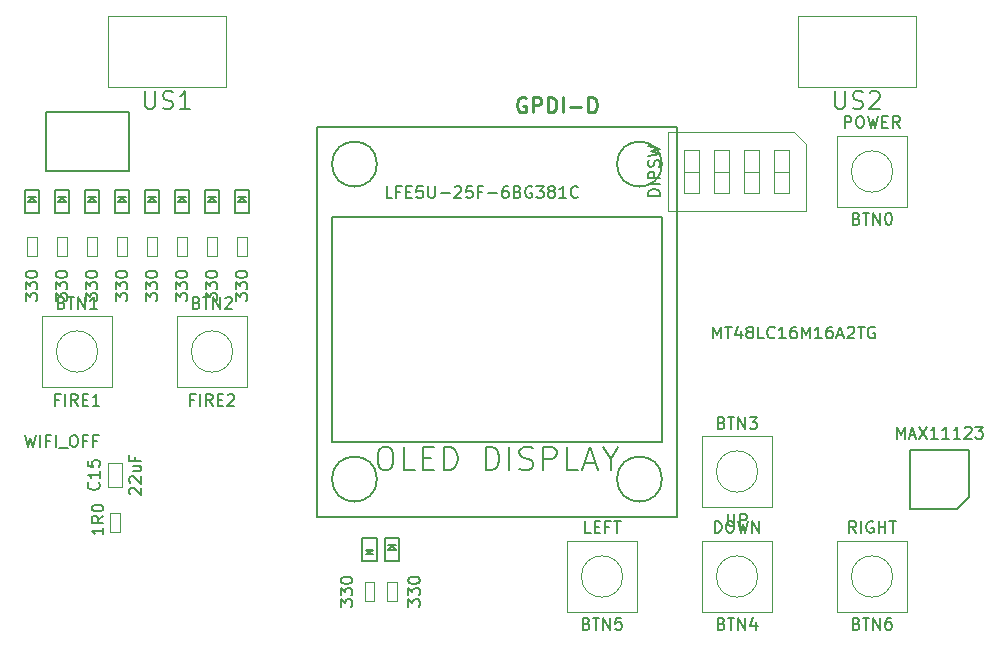
<source format=gbr>
G04 #@! TF.FileFunction,Other,Fab,Top*
%FSLAX46Y46*%
G04 Gerber Fmt 4.6, Leading zero omitted, Abs format (unit mm)*
G04 Created by KiCad (PCBNEW 4.0.7+dfsg1-1) date Wed Oct  4 12:33:30 2017*
%MOMM*%
%LPD*%
G01*
G04 APERTURE LIST*
%ADD10C,0.100000*%
%ADD11C,0.150000*%
%ADD12C,0.254000*%
G04 APERTURE END LIST*
D10*
D11*
X118530000Y-76260000D02*
X117930000Y-76260000D01*
X118230000Y-76360000D02*
X118530000Y-76660000D01*
X117930000Y-76660000D02*
X118230000Y-76360000D01*
X118530000Y-76660000D02*
X117930000Y-76660000D01*
X118830000Y-77660000D02*
X118830000Y-75660000D01*
X117630000Y-77660000D02*
X118830000Y-77660000D01*
X117630000Y-75660000D02*
X117630000Y-77660000D01*
X118830000Y-75660000D02*
X117630000Y-75660000D01*
X115990000Y-76260000D02*
X115390000Y-76260000D01*
X115690000Y-76360000D02*
X115990000Y-76660000D01*
X115390000Y-76660000D02*
X115690000Y-76360000D01*
X115990000Y-76660000D02*
X115390000Y-76660000D01*
X116290000Y-77660000D02*
X116290000Y-75660000D01*
X115090000Y-77660000D02*
X116290000Y-77660000D01*
X115090000Y-75660000D02*
X115090000Y-77660000D01*
X116290000Y-75660000D02*
X115090000Y-75660000D01*
X113450000Y-76260000D02*
X112850000Y-76260000D01*
X113150000Y-76360000D02*
X113450000Y-76660000D01*
X112850000Y-76660000D02*
X113150000Y-76360000D01*
X113450000Y-76660000D02*
X112850000Y-76660000D01*
X113750000Y-77660000D02*
X113750000Y-75660000D01*
X112550000Y-77660000D02*
X113750000Y-77660000D01*
X112550000Y-75660000D02*
X112550000Y-77660000D01*
X113750000Y-75660000D02*
X112550000Y-75660000D01*
X110910000Y-76260000D02*
X110310000Y-76260000D01*
X110610000Y-76360000D02*
X110910000Y-76660000D01*
X110310000Y-76660000D02*
X110610000Y-76360000D01*
X110910000Y-76660000D02*
X110310000Y-76660000D01*
X111210000Y-77660000D02*
X111210000Y-75660000D01*
X110010000Y-77660000D02*
X111210000Y-77660000D01*
X110010000Y-75660000D02*
X110010000Y-77660000D01*
X111210000Y-75660000D02*
X110010000Y-75660000D01*
X108370000Y-76260000D02*
X107770000Y-76260000D01*
X108070000Y-76360000D02*
X108370000Y-76660000D01*
X107770000Y-76660000D02*
X108070000Y-76360000D01*
X108370000Y-76660000D02*
X107770000Y-76660000D01*
X108670000Y-77660000D02*
X108670000Y-75660000D01*
X107470000Y-77660000D02*
X108670000Y-77660000D01*
X107470000Y-75660000D02*
X107470000Y-77660000D01*
X108670000Y-75660000D02*
X107470000Y-75660000D01*
X105830000Y-76260000D02*
X105230000Y-76260000D01*
X105530000Y-76360000D02*
X105830000Y-76660000D01*
X105230000Y-76660000D02*
X105530000Y-76360000D01*
X105830000Y-76660000D02*
X105230000Y-76660000D01*
X106130000Y-77660000D02*
X106130000Y-75660000D01*
X104930000Y-77660000D02*
X106130000Y-77660000D01*
X104930000Y-75660000D02*
X104930000Y-77660000D01*
X106130000Y-75660000D02*
X104930000Y-75660000D01*
X103290000Y-76260000D02*
X102690000Y-76260000D01*
X102990000Y-76360000D02*
X103290000Y-76660000D01*
X102690000Y-76660000D02*
X102990000Y-76360000D01*
X103290000Y-76660000D02*
X102690000Y-76660000D01*
X103590000Y-77660000D02*
X103590000Y-75660000D01*
X102390000Y-77660000D02*
X103590000Y-77660000D01*
X102390000Y-75660000D02*
X102390000Y-77660000D01*
X103590000Y-75660000D02*
X102390000Y-75660000D01*
X100750000Y-76260000D02*
X100150000Y-76260000D01*
X100450000Y-76360000D02*
X100750000Y-76660000D01*
X100150000Y-76660000D02*
X100450000Y-76360000D01*
X100750000Y-76660000D02*
X100150000Y-76660000D01*
X101050000Y-77660000D02*
X101050000Y-75660000D01*
X99850000Y-77660000D02*
X101050000Y-77660000D01*
X99850000Y-75660000D02*
X99850000Y-77660000D01*
X101050000Y-75660000D02*
X99850000Y-75660000D01*
X108624000Y-69080000D02*
X108624000Y-74080000D01*
X101624000Y-69080000D02*
X108624000Y-69080000D01*
X101624000Y-74080000D02*
X101624000Y-69080000D01*
X108624000Y-74080000D02*
X101624000Y-74080000D01*
X128725000Y-106524000D02*
X129325000Y-106524000D01*
X129025000Y-106424000D02*
X128725000Y-106124000D01*
X129325000Y-106124000D02*
X129025000Y-106424000D01*
X128725000Y-106124000D02*
X129325000Y-106124000D01*
X128425000Y-105124000D02*
X128425000Y-107124000D01*
X129625000Y-105124000D02*
X128425000Y-105124000D01*
X129625000Y-107124000D02*
X129625000Y-105124000D01*
X128425000Y-107124000D02*
X129625000Y-107124000D01*
X131230000Y-105724000D02*
X130630000Y-105724000D01*
X130930000Y-105824000D02*
X131230000Y-106124000D01*
X130630000Y-106124000D02*
X130930000Y-105824000D01*
X131230000Y-106124000D02*
X130630000Y-106124000D01*
X131530000Y-107124000D02*
X131530000Y-105124000D01*
X130330000Y-107124000D02*
X131530000Y-107124000D01*
X130330000Y-105124000D02*
X130330000Y-107124000D01*
X131530000Y-105124000D02*
X130330000Y-105124000D01*
D10*
X128625000Y-108880000D02*
X129425000Y-108880000D01*
X128625000Y-110480000D02*
X128625000Y-108880000D01*
X129425000Y-110480000D02*
X128625000Y-110480000D01*
X129425000Y-108880000D02*
X129425000Y-110480000D01*
X131330000Y-110480000D02*
X130530000Y-110480000D01*
X131330000Y-108880000D02*
X131330000Y-110480000D01*
X130530000Y-108880000D02*
X131330000Y-108880000D01*
X130530000Y-110480000D02*
X130530000Y-108880000D01*
X107080000Y-103000000D02*
X107880000Y-103000000D01*
X107080000Y-104600000D02*
X107080000Y-103000000D01*
X107880000Y-104600000D02*
X107080000Y-104600000D01*
X107880000Y-103000000D02*
X107880000Y-104600000D01*
X116880000Y-60925000D02*
X116880000Y-66925000D01*
X106880000Y-60925000D02*
X116880000Y-60925000D01*
X106880000Y-66925000D02*
X106880000Y-60925000D01*
X116880000Y-66925000D02*
X106880000Y-66925000D01*
X175300000Y-60925000D02*
X175300000Y-66925000D01*
X165300000Y-60925000D02*
X175300000Y-60925000D01*
X165300000Y-66925000D02*
X165300000Y-60925000D01*
X175300000Y-66925000D02*
X165300000Y-66925000D01*
X118630000Y-81270000D02*
X117830000Y-81270000D01*
X118630000Y-79670000D02*
X118630000Y-81270000D01*
X117830000Y-79670000D02*
X118630000Y-79670000D01*
X117830000Y-81270000D02*
X117830000Y-79670000D01*
X116090000Y-81270000D02*
X115290000Y-81270000D01*
X116090000Y-79670000D02*
X116090000Y-81270000D01*
X115290000Y-79670000D02*
X116090000Y-79670000D01*
X115290000Y-81270000D02*
X115290000Y-79670000D01*
X113550000Y-81270000D02*
X112750000Y-81270000D01*
X113550000Y-79670000D02*
X113550000Y-81270000D01*
X112750000Y-79670000D02*
X113550000Y-79670000D01*
X112750000Y-81270000D02*
X112750000Y-79670000D01*
X111010000Y-81270000D02*
X110210000Y-81270000D01*
X111010000Y-79670000D02*
X111010000Y-81270000D01*
X110210000Y-79670000D02*
X111010000Y-79670000D01*
X110210000Y-81270000D02*
X110210000Y-79670000D01*
X108470000Y-81270000D02*
X107670000Y-81270000D01*
X108470000Y-79670000D02*
X108470000Y-81270000D01*
X107670000Y-79670000D02*
X108470000Y-79670000D01*
X107670000Y-81270000D02*
X107670000Y-79670000D01*
X105930000Y-81270000D02*
X105130000Y-81270000D01*
X105930000Y-79670000D02*
X105930000Y-81270000D01*
X105130000Y-79670000D02*
X105930000Y-79670000D01*
X105130000Y-81270000D02*
X105130000Y-79670000D01*
X103390000Y-81270000D02*
X102590000Y-81270000D01*
X103390000Y-79670000D02*
X103390000Y-81270000D01*
X102590000Y-79670000D02*
X103390000Y-79670000D01*
X102590000Y-81270000D02*
X102590000Y-79670000D01*
X100850000Y-81270000D02*
X100050000Y-81270000D01*
X100850000Y-79670000D02*
X100850000Y-81270000D01*
X100050000Y-79670000D02*
X100850000Y-79670000D01*
X100050000Y-81270000D02*
X100050000Y-79670000D01*
D11*
X178785000Y-102655000D02*
X174785000Y-102655000D01*
X174785000Y-102655000D02*
X174785000Y-97655000D01*
X174785000Y-97655000D02*
X179785000Y-97655000D01*
X179785000Y-97655000D02*
X179785000Y-101655000D01*
X179785000Y-101655000D02*
X178785000Y-102655000D01*
X153790000Y-73485000D02*
G75*
G03X153790000Y-73485000I-1905000J0D01*
G01*
X129660000Y-73485000D02*
G75*
G03X129660000Y-73485000I-1905000J0D01*
G01*
X129660000Y-100155000D02*
G75*
G03X129660000Y-100155000I-1905000J0D01*
G01*
X153790000Y-100155000D02*
G75*
G03X153790000Y-100155000I-1905000J0D01*
G01*
X153790000Y-77930000D02*
X153790000Y-96980000D01*
X125850000Y-77930000D02*
X153790000Y-77930000D01*
X125850000Y-96980000D02*
X125850000Y-77930000D01*
X153790000Y-96980000D02*
X125850000Y-96980000D01*
X155060000Y-70310000D02*
X155060000Y-103330000D01*
X124580000Y-70310000D02*
X155060000Y-70310000D01*
X124580000Y-103330000D02*
X124580000Y-70310000D01*
X155060000Y-103330000D02*
X124580000Y-103330000D01*
D10*
X174570000Y-77120000D02*
X174570000Y-71120000D01*
X174570000Y-71120000D02*
X168570000Y-71120000D01*
X168570000Y-71120000D02*
X168570000Y-77120000D01*
X168570000Y-77120000D02*
X174570000Y-77120000D01*
X173320714Y-74120000D02*
G75*
G03X173320714Y-74120000I-1750714J0D01*
G01*
X101260000Y-86360000D02*
X101260000Y-92360000D01*
X101260000Y-92360000D02*
X107260000Y-92360000D01*
X107260000Y-92360000D02*
X107260000Y-86360000D01*
X107260000Y-86360000D02*
X101260000Y-86360000D01*
X106010714Y-89360000D02*
G75*
G03X106010714Y-89360000I-1750714J0D01*
G01*
X112690000Y-86360000D02*
X112690000Y-92360000D01*
X112690000Y-92360000D02*
X118690000Y-92360000D01*
X118690000Y-92360000D02*
X118690000Y-86360000D01*
X118690000Y-86360000D02*
X112690000Y-86360000D01*
X117440714Y-89360000D02*
G75*
G03X117440714Y-89360000I-1750714J0D01*
G01*
X157140000Y-96520000D02*
X157140000Y-102520000D01*
X157140000Y-102520000D02*
X163140000Y-102520000D01*
X163140000Y-102520000D02*
X163140000Y-96520000D01*
X163140000Y-96520000D02*
X157140000Y-96520000D01*
X161890714Y-99520000D02*
G75*
G03X161890714Y-99520000I-1750714J0D01*
G01*
X163140000Y-111410000D02*
X163140000Y-105410000D01*
X163140000Y-105410000D02*
X157140000Y-105410000D01*
X157140000Y-105410000D02*
X157140000Y-111410000D01*
X157140000Y-111410000D02*
X163140000Y-111410000D01*
X161890714Y-108410000D02*
G75*
G03X161890714Y-108410000I-1750714J0D01*
G01*
X151710000Y-111410000D02*
X151710000Y-105410000D01*
X151710000Y-105410000D02*
X145710000Y-105410000D01*
X145710000Y-105410000D02*
X145710000Y-111410000D01*
X145710000Y-111410000D02*
X151710000Y-111410000D01*
X150460714Y-108410000D02*
G75*
G03X150460714Y-108410000I-1750714J0D01*
G01*
X174570000Y-111410000D02*
X174570000Y-105410000D01*
X174570000Y-105410000D02*
X168570000Y-105410000D01*
X168570000Y-105410000D02*
X168570000Y-111410000D01*
X168570000Y-111410000D02*
X174570000Y-111410000D01*
X173320714Y-108410000D02*
G75*
G03X173320714Y-108410000I-1750714J0D01*
G01*
X166000000Y-71780000D02*
X166000000Y-77460000D01*
X166000000Y-77460000D02*
X154280000Y-77460000D01*
X154280000Y-77460000D02*
X154280000Y-70780000D01*
X154280000Y-70780000D02*
X165000000Y-70780000D01*
X165000000Y-70780000D02*
X166000000Y-71780000D01*
X164585000Y-72310000D02*
X163315000Y-72310000D01*
X163315000Y-72310000D02*
X163315000Y-75930000D01*
X163315000Y-75930000D02*
X164585000Y-75930000D01*
X164585000Y-75930000D02*
X164585000Y-72310000D01*
X164585000Y-74120000D02*
X163315000Y-74120000D01*
X162045000Y-72310000D02*
X160775000Y-72310000D01*
X160775000Y-72310000D02*
X160775000Y-75930000D01*
X160775000Y-75930000D02*
X162045000Y-75930000D01*
X162045000Y-75930000D02*
X162045000Y-72310000D01*
X162045000Y-74120000D02*
X160775000Y-74120000D01*
X159505000Y-72310000D02*
X158235000Y-72310000D01*
X158235000Y-72310000D02*
X158235000Y-75930000D01*
X158235000Y-75930000D02*
X159505000Y-75930000D01*
X159505000Y-75930000D02*
X159505000Y-72310000D01*
X159505000Y-74120000D02*
X158235000Y-74120000D01*
X156965000Y-72310000D02*
X155695000Y-72310000D01*
X155695000Y-72310000D02*
X155695000Y-75930000D01*
X155695000Y-75930000D02*
X156965000Y-75930000D01*
X156965000Y-75930000D02*
X156965000Y-72310000D01*
X156965000Y-74120000D02*
X155695000Y-74120000D01*
X108100000Y-100800000D02*
X106860000Y-100800000D01*
X108100000Y-98800000D02*
X108100000Y-100800000D01*
X106860000Y-98800000D02*
X108100000Y-98800000D01*
X106860000Y-100800000D02*
X106860000Y-98800000D01*
D11*
X158132666Y-88252381D02*
X158132666Y-87252381D01*
X158466000Y-87966667D01*
X158799333Y-87252381D01*
X158799333Y-88252381D01*
X159132666Y-87252381D02*
X159704095Y-87252381D01*
X159418380Y-88252381D02*
X159418380Y-87252381D01*
X160466000Y-87585714D02*
X160466000Y-88252381D01*
X160227904Y-87204762D02*
X159989809Y-87919048D01*
X160608857Y-87919048D01*
X161132666Y-87680952D02*
X161037428Y-87633333D01*
X160989809Y-87585714D01*
X160942190Y-87490476D01*
X160942190Y-87442857D01*
X160989809Y-87347619D01*
X161037428Y-87300000D01*
X161132666Y-87252381D01*
X161323143Y-87252381D01*
X161418381Y-87300000D01*
X161466000Y-87347619D01*
X161513619Y-87442857D01*
X161513619Y-87490476D01*
X161466000Y-87585714D01*
X161418381Y-87633333D01*
X161323143Y-87680952D01*
X161132666Y-87680952D01*
X161037428Y-87728571D01*
X160989809Y-87776190D01*
X160942190Y-87871429D01*
X160942190Y-88061905D01*
X160989809Y-88157143D01*
X161037428Y-88204762D01*
X161132666Y-88252381D01*
X161323143Y-88252381D01*
X161418381Y-88204762D01*
X161466000Y-88157143D01*
X161513619Y-88061905D01*
X161513619Y-87871429D01*
X161466000Y-87776190D01*
X161418381Y-87728571D01*
X161323143Y-87680952D01*
X162418381Y-88252381D02*
X161942190Y-88252381D01*
X161942190Y-87252381D01*
X163323143Y-88157143D02*
X163275524Y-88204762D01*
X163132667Y-88252381D01*
X163037429Y-88252381D01*
X162894571Y-88204762D01*
X162799333Y-88109524D01*
X162751714Y-88014286D01*
X162704095Y-87823810D01*
X162704095Y-87680952D01*
X162751714Y-87490476D01*
X162799333Y-87395238D01*
X162894571Y-87300000D01*
X163037429Y-87252381D01*
X163132667Y-87252381D01*
X163275524Y-87300000D01*
X163323143Y-87347619D01*
X164275524Y-88252381D02*
X163704095Y-88252381D01*
X163989809Y-88252381D02*
X163989809Y-87252381D01*
X163894571Y-87395238D01*
X163799333Y-87490476D01*
X163704095Y-87538095D01*
X165132667Y-87252381D02*
X164942190Y-87252381D01*
X164846952Y-87300000D01*
X164799333Y-87347619D01*
X164704095Y-87490476D01*
X164656476Y-87680952D01*
X164656476Y-88061905D01*
X164704095Y-88157143D01*
X164751714Y-88204762D01*
X164846952Y-88252381D01*
X165037429Y-88252381D01*
X165132667Y-88204762D01*
X165180286Y-88157143D01*
X165227905Y-88061905D01*
X165227905Y-87823810D01*
X165180286Y-87728571D01*
X165132667Y-87680952D01*
X165037429Y-87633333D01*
X164846952Y-87633333D01*
X164751714Y-87680952D01*
X164704095Y-87728571D01*
X164656476Y-87823810D01*
X165656476Y-88252381D02*
X165656476Y-87252381D01*
X165989810Y-87966667D01*
X166323143Y-87252381D01*
X166323143Y-88252381D01*
X167323143Y-88252381D02*
X166751714Y-88252381D01*
X167037428Y-88252381D02*
X167037428Y-87252381D01*
X166942190Y-87395238D01*
X166846952Y-87490476D01*
X166751714Y-87538095D01*
X168180286Y-87252381D02*
X167989809Y-87252381D01*
X167894571Y-87300000D01*
X167846952Y-87347619D01*
X167751714Y-87490476D01*
X167704095Y-87680952D01*
X167704095Y-88061905D01*
X167751714Y-88157143D01*
X167799333Y-88204762D01*
X167894571Y-88252381D01*
X168085048Y-88252381D01*
X168180286Y-88204762D01*
X168227905Y-88157143D01*
X168275524Y-88061905D01*
X168275524Y-87823810D01*
X168227905Y-87728571D01*
X168180286Y-87680952D01*
X168085048Y-87633333D01*
X167894571Y-87633333D01*
X167799333Y-87680952D01*
X167751714Y-87728571D01*
X167704095Y-87823810D01*
X168656476Y-87966667D02*
X169132667Y-87966667D01*
X168561238Y-88252381D02*
X168894571Y-87252381D01*
X169227905Y-88252381D01*
X169513619Y-87347619D02*
X169561238Y-87300000D01*
X169656476Y-87252381D01*
X169894572Y-87252381D01*
X169989810Y-87300000D01*
X170037429Y-87347619D01*
X170085048Y-87442857D01*
X170085048Y-87538095D01*
X170037429Y-87680952D01*
X169466000Y-88252381D01*
X170085048Y-88252381D01*
X170370762Y-87252381D02*
X170942191Y-87252381D01*
X170656476Y-88252381D02*
X170656476Y-87252381D01*
X171799334Y-87300000D02*
X171704096Y-87252381D01*
X171561239Y-87252381D01*
X171418381Y-87300000D01*
X171323143Y-87395238D01*
X171275524Y-87490476D01*
X171227905Y-87680952D01*
X171227905Y-87823810D01*
X171275524Y-88014286D01*
X171323143Y-88109524D01*
X171418381Y-88204762D01*
X171561239Y-88252381D01*
X171656477Y-88252381D01*
X171799334Y-88204762D01*
X171846953Y-88157143D01*
X171846953Y-87823810D01*
X171656477Y-87823810D01*
X99894762Y-96432381D02*
X100132857Y-97432381D01*
X100323334Y-96718095D01*
X100513810Y-97432381D01*
X100751905Y-96432381D01*
X101132857Y-97432381D02*
X101132857Y-96432381D01*
X101942381Y-96908571D02*
X101609047Y-96908571D01*
X101609047Y-97432381D02*
X101609047Y-96432381D01*
X102085238Y-96432381D01*
X102466190Y-97432381D02*
X102466190Y-96432381D01*
X102704285Y-97527619D02*
X103466190Y-97527619D01*
X103894761Y-96432381D02*
X104085238Y-96432381D01*
X104180476Y-96480000D01*
X104275714Y-96575238D01*
X104323333Y-96765714D01*
X104323333Y-97099048D01*
X104275714Y-97289524D01*
X104180476Y-97384762D01*
X104085238Y-97432381D01*
X103894761Y-97432381D01*
X103799523Y-97384762D01*
X103704285Y-97289524D01*
X103656666Y-97099048D01*
X103656666Y-96765714D01*
X103704285Y-96575238D01*
X103799523Y-96480000D01*
X103894761Y-96432381D01*
X105085238Y-96908571D02*
X104751904Y-96908571D01*
X104751904Y-97432381D02*
X104751904Y-96432381D01*
X105228095Y-96432381D01*
X105942381Y-96908571D02*
X105609047Y-96908571D01*
X105609047Y-97432381D02*
X105609047Y-96432381D01*
X106085238Y-96432381D01*
X126577381Y-110965714D02*
X126577381Y-110346666D01*
X126958333Y-110680000D01*
X126958333Y-110537142D01*
X127005952Y-110441904D01*
X127053571Y-110394285D01*
X127148810Y-110346666D01*
X127386905Y-110346666D01*
X127482143Y-110394285D01*
X127529762Y-110441904D01*
X127577381Y-110537142D01*
X127577381Y-110822857D01*
X127529762Y-110918095D01*
X127482143Y-110965714D01*
X126577381Y-110013333D02*
X126577381Y-109394285D01*
X126958333Y-109727619D01*
X126958333Y-109584761D01*
X127005952Y-109489523D01*
X127053571Y-109441904D01*
X127148810Y-109394285D01*
X127386905Y-109394285D01*
X127482143Y-109441904D01*
X127529762Y-109489523D01*
X127577381Y-109584761D01*
X127577381Y-109870476D01*
X127529762Y-109965714D01*
X127482143Y-110013333D01*
X126577381Y-108775238D02*
X126577381Y-108679999D01*
X126625000Y-108584761D01*
X126672619Y-108537142D01*
X126767857Y-108489523D01*
X126958333Y-108441904D01*
X127196429Y-108441904D01*
X127386905Y-108489523D01*
X127482143Y-108537142D01*
X127529762Y-108584761D01*
X127577381Y-108679999D01*
X127577381Y-108775238D01*
X127529762Y-108870476D01*
X127482143Y-108918095D01*
X127386905Y-108965714D01*
X127196429Y-109013333D01*
X126958333Y-109013333D01*
X126767857Y-108965714D01*
X126672619Y-108918095D01*
X126625000Y-108870476D01*
X126577381Y-108775238D01*
X132282381Y-110965714D02*
X132282381Y-110346666D01*
X132663333Y-110680000D01*
X132663333Y-110537142D01*
X132710952Y-110441904D01*
X132758571Y-110394285D01*
X132853810Y-110346666D01*
X133091905Y-110346666D01*
X133187143Y-110394285D01*
X133234762Y-110441904D01*
X133282381Y-110537142D01*
X133282381Y-110822857D01*
X133234762Y-110918095D01*
X133187143Y-110965714D01*
X132282381Y-110013333D02*
X132282381Y-109394285D01*
X132663333Y-109727619D01*
X132663333Y-109584761D01*
X132710952Y-109489523D01*
X132758571Y-109441904D01*
X132853810Y-109394285D01*
X133091905Y-109394285D01*
X133187143Y-109441904D01*
X133234762Y-109489523D01*
X133282381Y-109584761D01*
X133282381Y-109870476D01*
X133234762Y-109965714D01*
X133187143Y-110013333D01*
X132282381Y-108775238D02*
X132282381Y-108679999D01*
X132330000Y-108584761D01*
X132377619Y-108537142D01*
X132472857Y-108489523D01*
X132663333Y-108441904D01*
X132901429Y-108441904D01*
X133091905Y-108489523D01*
X133187143Y-108537142D01*
X133234762Y-108584761D01*
X133282381Y-108679999D01*
X133282381Y-108775238D01*
X133234762Y-108870476D01*
X133187143Y-108918095D01*
X133091905Y-108965714D01*
X132901429Y-109013333D01*
X132663333Y-109013333D01*
X132472857Y-108965714D01*
X132377619Y-108918095D01*
X132330000Y-108870476D01*
X132282381Y-108775238D01*
X106490381Y-104274476D02*
X106490381Y-104845905D01*
X106490381Y-104560191D02*
X105490381Y-104560191D01*
X105633238Y-104655429D01*
X105728476Y-104750667D01*
X105776095Y-104845905D01*
X106490381Y-103274476D02*
X106014190Y-103607810D01*
X106490381Y-103845905D02*
X105490381Y-103845905D01*
X105490381Y-103464952D01*
X105538000Y-103369714D01*
X105585619Y-103322095D01*
X105680857Y-103274476D01*
X105823714Y-103274476D01*
X105918952Y-103322095D01*
X105966571Y-103369714D01*
X106014190Y-103464952D01*
X106014190Y-103845905D01*
X105490381Y-102655429D02*
X105490381Y-102560190D01*
X105538000Y-102464952D01*
X105585619Y-102417333D01*
X105680857Y-102369714D01*
X105871333Y-102322095D01*
X106109429Y-102322095D01*
X106299905Y-102369714D01*
X106395143Y-102417333D01*
X106442762Y-102464952D01*
X106490381Y-102560190D01*
X106490381Y-102655429D01*
X106442762Y-102750667D01*
X106395143Y-102798286D01*
X106299905Y-102845905D01*
X106109429Y-102893524D01*
X105871333Y-102893524D01*
X105680857Y-102845905D01*
X105585619Y-102798286D01*
X105538000Y-102750667D01*
X105490381Y-102655429D01*
X110022858Y-67329571D02*
X110022858Y-68543857D01*
X110094286Y-68686714D01*
X110165715Y-68758143D01*
X110308572Y-68829571D01*
X110594286Y-68829571D01*
X110737144Y-68758143D01*
X110808572Y-68686714D01*
X110880001Y-68543857D01*
X110880001Y-67329571D01*
X111522858Y-68758143D02*
X111737144Y-68829571D01*
X112094287Y-68829571D01*
X112237144Y-68758143D01*
X112308573Y-68686714D01*
X112380001Y-68543857D01*
X112380001Y-68401000D01*
X112308573Y-68258143D01*
X112237144Y-68186714D01*
X112094287Y-68115286D01*
X111808573Y-68043857D01*
X111665715Y-67972429D01*
X111594287Y-67901000D01*
X111522858Y-67758143D01*
X111522858Y-67615286D01*
X111594287Y-67472429D01*
X111665715Y-67401000D01*
X111808573Y-67329571D01*
X112165715Y-67329571D01*
X112380001Y-67401000D01*
X113808572Y-68829571D02*
X112951429Y-68829571D01*
X113380001Y-68829571D02*
X113380001Y-67329571D01*
X113237144Y-67543857D01*
X113094286Y-67686714D01*
X112951429Y-67758143D01*
X168442858Y-67329571D02*
X168442858Y-68543857D01*
X168514286Y-68686714D01*
X168585715Y-68758143D01*
X168728572Y-68829571D01*
X169014286Y-68829571D01*
X169157144Y-68758143D01*
X169228572Y-68686714D01*
X169300001Y-68543857D01*
X169300001Y-67329571D01*
X169942858Y-68758143D02*
X170157144Y-68829571D01*
X170514287Y-68829571D01*
X170657144Y-68758143D01*
X170728573Y-68686714D01*
X170800001Y-68543857D01*
X170800001Y-68401000D01*
X170728573Y-68258143D01*
X170657144Y-68186714D01*
X170514287Y-68115286D01*
X170228573Y-68043857D01*
X170085715Y-67972429D01*
X170014287Y-67901000D01*
X169942858Y-67758143D01*
X169942858Y-67615286D01*
X170014287Y-67472429D01*
X170085715Y-67401000D01*
X170228573Y-67329571D01*
X170585715Y-67329571D01*
X170800001Y-67401000D01*
X171371429Y-67472429D02*
X171442858Y-67401000D01*
X171585715Y-67329571D01*
X171942858Y-67329571D01*
X172085715Y-67401000D01*
X172157144Y-67472429D01*
X172228572Y-67615286D01*
X172228572Y-67758143D01*
X172157144Y-67972429D01*
X171300001Y-68829571D01*
X172228572Y-68829571D01*
X117682381Y-85057714D02*
X117682381Y-84438666D01*
X118063333Y-84772000D01*
X118063333Y-84629142D01*
X118110952Y-84533904D01*
X118158571Y-84486285D01*
X118253810Y-84438666D01*
X118491905Y-84438666D01*
X118587143Y-84486285D01*
X118634762Y-84533904D01*
X118682381Y-84629142D01*
X118682381Y-84914857D01*
X118634762Y-85010095D01*
X118587143Y-85057714D01*
X117682381Y-84105333D02*
X117682381Y-83486285D01*
X118063333Y-83819619D01*
X118063333Y-83676761D01*
X118110952Y-83581523D01*
X118158571Y-83533904D01*
X118253810Y-83486285D01*
X118491905Y-83486285D01*
X118587143Y-83533904D01*
X118634762Y-83581523D01*
X118682381Y-83676761D01*
X118682381Y-83962476D01*
X118634762Y-84057714D01*
X118587143Y-84105333D01*
X117682381Y-82867238D02*
X117682381Y-82771999D01*
X117730000Y-82676761D01*
X117777619Y-82629142D01*
X117872857Y-82581523D01*
X118063333Y-82533904D01*
X118301429Y-82533904D01*
X118491905Y-82581523D01*
X118587143Y-82629142D01*
X118634762Y-82676761D01*
X118682381Y-82771999D01*
X118682381Y-82867238D01*
X118634762Y-82962476D01*
X118587143Y-83010095D01*
X118491905Y-83057714D01*
X118301429Y-83105333D01*
X118063333Y-83105333D01*
X117872857Y-83057714D01*
X117777619Y-83010095D01*
X117730000Y-82962476D01*
X117682381Y-82867238D01*
X115142381Y-85057714D02*
X115142381Y-84438666D01*
X115523333Y-84772000D01*
X115523333Y-84629142D01*
X115570952Y-84533904D01*
X115618571Y-84486285D01*
X115713810Y-84438666D01*
X115951905Y-84438666D01*
X116047143Y-84486285D01*
X116094762Y-84533904D01*
X116142381Y-84629142D01*
X116142381Y-84914857D01*
X116094762Y-85010095D01*
X116047143Y-85057714D01*
X115142381Y-84105333D02*
X115142381Y-83486285D01*
X115523333Y-83819619D01*
X115523333Y-83676761D01*
X115570952Y-83581523D01*
X115618571Y-83533904D01*
X115713810Y-83486285D01*
X115951905Y-83486285D01*
X116047143Y-83533904D01*
X116094762Y-83581523D01*
X116142381Y-83676761D01*
X116142381Y-83962476D01*
X116094762Y-84057714D01*
X116047143Y-84105333D01*
X115142381Y-82867238D02*
X115142381Y-82771999D01*
X115190000Y-82676761D01*
X115237619Y-82629142D01*
X115332857Y-82581523D01*
X115523333Y-82533904D01*
X115761429Y-82533904D01*
X115951905Y-82581523D01*
X116047143Y-82629142D01*
X116094762Y-82676761D01*
X116142381Y-82771999D01*
X116142381Y-82867238D01*
X116094762Y-82962476D01*
X116047143Y-83010095D01*
X115951905Y-83057714D01*
X115761429Y-83105333D01*
X115523333Y-83105333D01*
X115332857Y-83057714D01*
X115237619Y-83010095D01*
X115190000Y-82962476D01*
X115142381Y-82867238D01*
X112602381Y-85057714D02*
X112602381Y-84438666D01*
X112983333Y-84772000D01*
X112983333Y-84629142D01*
X113030952Y-84533904D01*
X113078571Y-84486285D01*
X113173810Y-84438666D01*
X113411905Y-84438666D01*
X113507143Y-84486285D01*
X113554762Y-84533904D01*
X113602381Y-84629142D01*
X113602381Y-84914857D01*
X113554762Y-85010095D01*
X113507143Y-85057714D01*
X112602381Y-84105333D02*
X112602381Y-83486285D01*
X112983333Y-83819619D01*
X112983333Y-83676761D01*
X113030952Y-83581523D01*
X113078571Y-83533904D01*
X113173810Y-83486285D01*
X113411905Y-83486285D01*
X113507143Y-83533904D01*
X113554762Y-83581523D01*
X113602381Y-83676761D01*
X113602381Y-83962476D01*
X113554762Y-84057714D01*
X113507143Y-84105333D01*
X112602381Y-82867238D02*
X112602381Y-82771999D01*
X112650000Y-82676761D01*
X112697619Y-82629142D01*
X112792857Y-82581523D01*
X112983333Y-82533904D01*
X113221429Y-82533904D01*
X113411905Y-82581523D01*
X113507143Y-82629142D01*
X113554762Y-82676761D01*
X113602381Y-82771999D01*
X113602381Y-82867238D01*
X113554762Y-82962476D01*
X113507143Y-83010095D01*
X113411905Y-83057714D01*
X113221429Y-83105333D01*
X112983333Y-83105333D01*
X112792857Y-83057714D01*
X112697619Y-83010095D01*
X112650000Y-82962476D01*
X112602381Y-82867238D01*
X110062381Y-85057714D02*
X110062381Y-84438666D01*
X110443333Y-84772000D01*
X110443333Y-84629142D01*
X110490952Y-84533904D01*
X110538571Y-84486285D01*
X110633810Y-84438666D01*
X110871905Y-84438666D01*
X110967143Y-84486285D01*
X111014762Y-84533904D01*
X111062381Y-84629142D01*
X111062381Y-84914857D01*
X111014762Y-85010095D01*
X110967143Y-85057714D01*
X110062381Y-84105333D02*
X110062381Y-83486285D01*
X110443333Y-83819619D01*
X110443333Y-83676761D01*
X110490952Y-83581523D01*
X110538571Y-83533904D01*
X110633810Y-83486285D01*
X110871905Y-83486285D01*
X110967143Y-83533904D01*
X111014762Y-83581523D01*
X111062381Y-83676761D01*
X111062381Y-83962476D01*
X111014762Y-84057714D01*
X110967143Y-84105333D01*
X110062381Y-82867238D02*
X110062381Y-82771999D01*
X110110000Y-82676761D01*
X110157619Y-82629142D01*
X110252857Y-82581523D01*
X110443333Y-82533904D01*
X110681429Y-82533904D01*
X110871905Y-82581523D01*
X110967143Y-82629142D01*
X111014762Y-82676761D01*
X111062381Y-82771999D01*
X111062381Y-82867238D01*
X111014762Y-82962476D01*
X110967143Y-83010095D01*
X110871905Y-83057714D01*
X110681429Y-83105333D01*
X110443333Y-83105333D01*
X110252857Y-83057714D01*
X110157619Y-83010095D01*
X110110000Y-82962476D01*
X110062381Y-82867238D01*
X107522381Y-85057714D02*
X107522381Y-84438666D01*
X107903333Y-84772000D01*
X107903333Y-84629142D01*
X107950952Y-84533904D01*
X107998571Y-84486285D01*
X108093810Y-84438666D01*
X108331905Y-84438666D01*
X108427143Y-84486285D01*
X108474762Y-84533904D01*
X108522381Y-84629142D01*
X108522381Y-84914857D01*
X108474762Y-85010095D01*
X108427143Y-85057714D01*
X107522381Y-84105333D02*
X107522381Y-83486285D01*
X107903333Y-83819619D01*
X107903333Y-83676761D01*
X107950952Y-83581523D01*
X107998571Y-83533904D01*
X108093810Y-83486285D01*
X108331905Y-83486285D01*
X108427143Y-83533904D01*
X108474762Y-83581523D01*
X108522381Y-83676761D01*
X108522381Y-83962476D01*
X108474762Y-84057714D01*
X108427143Y-84105333D01*
X107522381Y-82867238D02*
X107522381Y-82771999D01*
X107570000Y-82676761D01*
X107617619Y-82629142D01*
X107712857Y-82581523D01*
X107903333Y-82533904D01*
X108141429Y-82533904D01*
X108331905Y-82581523D01*
X108427143Y-82629142D01*
X108474762Y-82676761D01*
X108522381Y-82771999D01*
X108522381Y-82867238D01*
X108474762Y-82962476D01*
X108427143Y-83010095D01*
X108331905Y-83057714D01*
X108141429Y-83105333D01*
X107903333Y-83105333D01*
X107712857Y-83057714D01*
X107617619Y-83010095D01*
X107570000Y-82962476D01*
X107522381Y-82867238D01*
X104982381Y-85057714D02*
X104982381Y-84438666D01*
X105363333Y-84772000D01*
X105363333Y-84629142D01*
X105410952Y-84533904D01*
X105458571Y-84486285D01*
X105553810Y-84438666D01*
X105791905Y-84438666D01*
X105887143Y-84486285D01*
X105934762Y-84533904D01*
X105982381Y-84629142D01*
X105982381Y-84914857D01*
X105934762Y-85010095D01*
X105887143Y-85057714D01*
X104982381Y-84105333D02*
X104982381Y-83486285D01*
X105363333Y-83819619D01*
X105363333Y-83676761D01*
X105410952Y-83581523D01*
X105458571Y-83533904D01*
X105553810Y-83486285D01*
X105791905Y-83486285D01*
X105887143Y-83533904D01*
X105934762Y-83581523D01*
X105982381Y-83676761D01*
X105982381Y-83962476D01*
X105934762Y-84057714D01*
X105887143Y-84105333D01*
X104982381Y-82867238D02*
X104982381Y-82771999D01*
X105030000Y-82676761D01*
X105077619Y-82629142D01*
X105172857Y-82581523D01*
X105363333Y-82533904D01*
X105601429Y-82533904D01*
X105791905Y-82581523D01*
X105887143Y-82629142D01*
X105934762Y-82676761D01*
X105982381Y-82771999D01*
X105982381Y-82867238D01*
X105934762Y-82962476D01*
X105887143Y-83010095D01*
X105791905Y-83057714D01*
X105601429Y-83105333D01*
X105363333Y-83105333D01*
X105172857Y-83057714D01*
X105077619Y-83010095D01*
X105030000Y-82962476D01*
X104982381Y-82867238D01*
X102442381Y-85057714D02*
X102442381Y-84438666D01*
X102823333Y-84772000D01*
X102823333Y-84629142D01*
X102870952Y-84533904D01*
X102918571Y-84486285D01*
X103013810Y-84438666D01*
X103251905Y-84438666D01*
X103347143Y-84486285D01*
X103394762Y-84533904D01*
X103442381Y-84629142D01*
X103442381Y-84914857D01*
X103394762Y-85010095D01*
X103347143Y-85057714D01*
X102442381Y-84105333D02*
X102442381Y-83486285D01*
X102823333Y-83819619D01*
X102823333Y-83676761D01*
X102870952Y-83581523D01*
X102918571Y-83533904D01*
X103013810Y-83486285D01*
X103251905Y-83486285D01*
X103347143Y-83533904D01*
X103394762Y-83581523D01*
X103442381Y-83676761D01*
X103442381Y-83962476D01*
X103394762Y-84057714D01*
X103347143Y-84105333D01*
X102442381Y-82867238D02*
X102442381Y-82771999D01*
X102490000Y-82676761D01*
X102537619Y-82629142D01*
X102632857Y-82581523D01*
X102823333Y-82533904D01*
X103061429Y-82533904D01*
X103251905Y-82581523D01*
X103347143Y-82629142D01*
X103394762Y-82676761D01*
X103442381Y-82771999D01*
X103442381Y-82867238D01*
X103394762Y-82962476D01*
X103347143Y-83010095D01*
X103251905Y-83057714D01*
X103061429Y-83105333D01*
X102823333Y-83105333D01*
X102632857Y-83057714D01*
X102537619Y-83010095D01*
X102490000Y-82962476D01*
X102442381Y-82867238D01*
X99902381Y-85057714D02*
X99902381Y-84438666D01*
X100283333Y-84772000D01*
X100283333Y-84629142D01*
X100330952Y-84533904D01*
X100378571Y-84486285D01*
X100473810Y-84438666D01*
X100711905Y-84438666D01*
X100807143Y-84486285D01*
X100854762Y-84533904D01*
X100902381Y-84629142D01*
X100902381Y-84914857D01*
X100854762Y-85010095D01*
X100807143Y-85057714D01*
X99902381Y-84105333D02*
X99902381Y-83486285D01*
X100283333Y-83819619D01*
X100283333Y-83676761D01*
X100330952Y-83581523D01*
X100378571Y-83533904D01*
X100473810Y-83486285D01*
X100711905Y-83486285D01*
X100807143Y-83533904D01*
X100854762Y-83581523D01*
X100902381Y-83676761D01*
X100902381Y-83962476D01*
X100854762Y-84057714D01*
X100807143Y-84105333D01*
X99902381Y-82867238D02*
X99902381Y-82771999D01*
X99950000Y-82676761D01*
X99997619Y-82629142D01*
X100092857Y-82581523D01*
X100283333Y-82533904D01*
X100521429Y-82533904D01*
X100711905Y-82581523D01*
X100807143Y-82629142D01*
X100854762Y-82676761D01*
X100902381Y-82771999D01*
X100902381Y-82867238D01*
X100854762Y-82962476D01*
X100807143Y-83010095D01*
X100711905Y-83057714D01*
X100521429Y-83105333D01*
X100283333Y-83105333D01*
X100092857Y-83057714D01*
X99997619Y-83010095D01*
X99950000Y-82962476D01*
X99902381Y-82867238D01*
X173665952Y-96732381D02*
X173665952Y-95732381D01*
X173999286Y-96446667D01*
X174332619Y-95732381D01*
X174332619Y-96732381D01*
X174761190Y-96446667D02*
X175237381Y-96446667D01*
X174665952Y-96732381D02*
X174999285Y-95732381D01*
X175332619Y-96732381D01*
X175570714Y-95732381D02*
X176237381Y-96732381D01*
X176237381Y-95732381D02*
X175570714Y-96732381D01*
X177142143Y-96732381D02*
X176570714Y-96732381D01*
X176856428Y-96732381D02*
X176856428Y-95732381D01*
X176761190Y-95875238D01*
X176665952Y-95970476D01*
X176570714Y-96018095D01*
X178094524Y-96732381D02*
X177523095Y-96732381D01*
X177808809Y-96732381D02*
X177808809Y-95732381D01*
X177713571Y-95875238D01*
X177618333Y-95970476D01*
X177523095Y-96018095D01*
X179046905Y-96732381D02*
X178475476Y-96732381D01*
X178761190Y-96732381D02*
X178761190Y-95732381D01*
X178665952Y-95875238D01*
X178570714Y-95970476D01*
X178475476Y-96018095D01*
X179427857Y-95827619D02*
X179475476Y-95780000D01*
X179570714Y-95732381D01*
X179808810Y-95732381D01*
X179904048Y-95780000D01*
X179951667Y-95827619D01*
X179999286Y-95922857D01*
X179999286Y-96018095D01*
X179951667Y-96160952D01*
X179380238Y-96732381D01*
X179999286Y-96732381D01*
X180332619Y-95732381D02*
X180951667Y-95732381D01*
X180618333Y-96113333D01*
X180761191Y-96113333D01*
X180856429Y-96160952D01*
X180904048Y-96208571D01*
X180951667Y-96303810D01*
X180951667Y-96541905D01*
X180904048Y-96637143D01*
X180856429Y-96684762D01*
X180761191Y-96732381D01*
X180475476Y-96732381D01*
X180380238Y-96684762D01*
X180332619Y-96637143D01*
X130200952Y-97408762D02*
X130581904Y-97408762D01*
X130772380Y-97504000D01*
X130962857Y-97694476D01*
X131058095Y-98075429D01*
X131058095Y-98742095D01*
X130962857Y-99123048D01*
X130772380Y-99313524D01*
X130581904Y-99408762D01*
X130200952Y-99408762D01*
X130010476Y-99313524D01*
X129819999Y-99123048D01*
X129724761Y-98742095D01*
X129724761Y-98075429D01*
X129819999Y-97694476D01*
X130010476Y-97504000D01*
X130200952Y-97408762D01*
X132867618Y-99408762D02*
X131915237Y-99408762D01*
X131915237Y-97408762D01*
X133534285Y-98361143D02*
X134200952Y-98361143D01*
X134486666Y-99408762D02*
X133534285Y-99408762D01*
X133534285Y-97408762D01*
X134486666Y-97408762D01*
X135343809Y-99408762D02*
X135343809Y-97408762D01*
X135820000Y-97408762D01*
X136105714Y-97504000D01*
X136296190Y-97694476D01*
X136391429Y-97884952D01*
X136486667Y-98265905D01*
X136486667Y-98551619D01*
X136391429Y-98932571D01*
X136296190Y-99123048D01*
X136105714Y-99313524D01*
X135820000Y-99408762D01*
X135343809Y-99408762D01*
X138867619Y-99408762D02*
X138867619Y-97408762D01*
X139343810Y-97408762D01*
X139629524Y-97504000D01*
X139820000Y-97694476D01*
X139915239Y-97884952D01*
X140010477Y-98265905D01*
X140010477Y-98551619D01*
X139915239Y-98932571D01*
X139820000Y-99123048D01*
X139629524Y-99313524D01*
X139343810Y-99408762D01*
X138867619Y-99408762D01*
X140867619Y-99408762D02*
X140867619Y-97408762D01*
X141724762Y-99313524D02*
X142010477Y-99408762D01*
X142486667Y-99408762D01*
X142677143Y-99313524D01*
X142772381Y-99218286D01*
X142867620Y-99027810D01*
X142867620Y-98837333D01*
X142772381Y-98646857D01*
X142677143Y-98551619D01*
X142486667Y-98456381D01*
X142105715Y-98361143D01*
X141915239Y-98265905D01*
X141820000Y-98170667D01*
X141724762Y-97980190D01*
X141724762Y-97789714D01*
X141820000Y-97599238D01*
X141915239Y-97504000D01*
X142105715Y-97408762D01*
X142581905Y-97408762D01*
X142867620Y-97504000D01*
X143724762Y-99408762D02*
X143724762Y-97408762D01*
X144486667Y-97408762D01*
X144677143Y-97504000D01*
X144772382Y-97599238D01*
X144867620Y-97789714D01*
X144867620Y-98075429D01*
X144772382Y-98265905D01*
X144677143Y-98361143D01*
X144486667Y-98456381D01*
X143724762Y-98456381D01*
X146677143Y-99408762D02*
X145724762Y-99408762D01*
X145724762Y-97408762D01*
X147248572Y-98837333D02*
X148200953Y-98837333D01*
X147058096Y-99408762D02*
X147724763Y-97408762D01*
X148391430Y-99408762D01*
X149439049Y-98456381D02*
X149439049Y-99408762D01*
X148772382Y-97408762D02*
X149439049Y-98456381D01*
X150105716Y-97408762D01*
D12*
X142239048Y-67897000D02*
X142118096Y-67836524D01*
X141936667Y-67836524D01*
X141755239Y-67897000D01*
X141634286Y-68017952D01*
X141573810Y-68138905D01*
X141513334Y-68380810D01*
X141513334Y-68562238D01*
X141573810Y-68804143D01*
X141634286Y-68925095D01*
X141755239Y-69046048D01*
X141936667Y-69106524D01*
X142057619Y-69106524D01*
X142239048Y-69046048D01*
X142299524Y-68985571D01*
X142299524Y-68562238D01*
X142057619Y-68562238D01*
X142843810Y-69106524D02*
X142843810Y-67836524D01*
X143327619Y-67836524D01*
X143448572Y-67897000D01*
X143509048Y-67957476D01*
X143569524Y-68078429D01*
X143569524Y-68259857D01*
X143509048Y-68380810D01*
X143448572Y-68441286D01*
X143327619Y-68501762D01*
X142843810Y-68501762D01*
X144113810Y-69106524D02*
X144113810Y-67836524D01*
X144416191Y-67836524D01*
X144597619Y-67897000D01*
X144718572Y-68017952D01*
X144779048Y-68138905D01*
X144839524Y-68380810D01*
X144839524Y-68562238D01*
X144779048Y-68804143D01*
X144718572Y-68925095D01*
X144597619Y-69046048D01*
X144416191Y-69106524D01*
X144113810Y-69106524D01*
X145383810Y-69106524D02*
X145383810Y-67836524D01*
X145988572Y-68622714D02*
X146956191Y-68622714D01*
X147560953Y-69106524D02*
X147560953Y-67836524D01*
X147863334Y-67836524D01*
X148044762Y-67897000D01*
X148165715Y-68017952D01*
X148226191Y-68138905D01*
X148286667Y-68380810D01*
X148286667Y-68562238D01*
X148226191Y-68804143D01*
X148165715Y-68925095D01*
X148044762Y-69046048D01*
X147863334Y-69106524D01*
X147560953Y-69106524D01*
D11*
X169260476Y-70422381D02*
X169260476Y-69422381D01*
X169641429Y-69422381D01*
X169736667Y-69470000D01*
X169784286Y-69517619D01*
X169831905Y-69612857D01*
X169831905Y-69755714D01*
X169784286Y-69850952D01*
X169736667Y-69898571D01*
X169641429Y-69946190D01*
X169260476Y-69946190D01*
X170450952Y-69422381D02*
X170641429Y-69422381D01*
X170736667Y-69470000D01*
X170831905Y-69565238D01*
X170879524Y-69755714D01*
X170879524Y-70089048D01*
X170831905Y-70279524D01*
X170736667Y-70374762D01*
X170641429Y-70422381D01*
X170450952Y-70422381D01*
X170355714Y-70374762D01*
X170260476Y-70279524D01*
X170212857Y-70089048D01*
X170212857Y-69755714D01*
X170260476Y-69565238D01*
X170355714Y-69470000D01*
X170450952Y-69422381D01*
X171212857Y-69422381D02*
X171450952Y-70422381D01*
X171641429Y-69708095D01*
X171831905Y-70422381D01*
X172070000Y-69422381D01*
X172450952Y-69898571D02*
X172784286Y-69898571D01*
X172927143Y-70422381D02*
X172450952Y-70422381D01*
X172450952Y-69422381D01*
X172927143Y-69422381D01*
X173927143Y-70422381D02*
X173593809Y-69946190D01*
X173355714Y-70422381D02*
X173355714Y-69422381D01*
X173736667Y-69422381D01*
X173831905Y-69470000D01*
X173879524Y-69517619D01*
X173927143Y-69612857D01*
X173927143Y-69755714D01*
X173879524Y-69850952D01*
X173831905Y-69898571D01*
X173736667Y-69946190D01*
X173355714Y-69946190D01*
X170260477Y-78098571D02*
X170403334Y-78146190D01*
X170450953Y-78193810D01*
X170498572Y-78289048D01*
X170498572Y-78431905D01*
X170450953Y-78527143D01*
X170403334Y-78574762D01*
X170308096Y-78622381D01*
X169927143Y-78622381D01*
X169927143Y-77622381D01*
X170260477Y-77622381D01*
X170355715Y-77670000D01*
X170403334Y-77717619D01*
X170450953Y-77812857D01*
X170450953Y-77908095D01*
X170403334Y-78003333D01*
X170355715Y-78050952D01*
X170260477Y-78098571D01*
X169927143Y-78098571D01*
X170784286Y-77622381D02*
X171355715Y-77622381D01*
X171070000Y-78622381D02*
X171070000Y-77622381D01*
X171689048Y-78622381D02*
X171689048Y-77622381D01*
X172260477Y-78622381D01*
X172260477Y-77622381D01*
X172927143Y-77622381D02*
X173022382Y-77622381D01*
X173117620Y-77670000D01*
X173165239Y-77717619D01*
X173212858Y-77812857D01*
X173260477Y-78003333D01*
X173260477Y-78241429D01*
X173212858Y-78431905D01*
X173165239Y-78527143D01*
X173117620Y-78574762D01*
X173022382Y-78622381D01*
X172927143Y-78622381D01*
X172831905Y-78574762D01*
X172784286Y-78527143D01*
X172736667Y-78431905D01*
X172689048Y-78241429D01*
X172689048Y-78003333D01*
X172736667Y-77812857D01*
X172784286Y-77717619D01*
X172831905Y-77670000D01*
X172927143Y-77622381D01*
X102736191Y-93438571D02*
X102402857Y-93438571D01*
X102402857Y-93962381D02*
X102402857Y-92962381D01*
X102879048Y-92962381D01*
X103260000Y-93962381D02*
X103260000Y-92962381D01*
X104307619Y-93962381D02*
X103974285Y-93486190D01*
X103736190Y-93962381D02*
X103736190Y-92962381D01*
X104117143Y-92962381D01*
X104212381Y-93010000D01*
X104260000Y-93057619D01*
X104307619Y-93152857D01*
X104307619Y-93295714D01*
X104260000Y-93390952D01*
X104212381Y-93438571D01*
X104117143Y-93486190D01*
X103736190Y-93486190D01*
X104736190Y-93438571D02*
X105069524Y-93438571D01*
X105212381Y-93962381D02*
X104736190Y-93962381D01*
X104736190Y-92962381D01*
X105212381Y-92962381D01*
X106164762Y-93962381D02*
X105593333Y-93962381D01*
X105879047Y-93962381D02*
X105879047Y-92962381D01*
X105783809Y-93105238D01*
X105688571Y-93200476D01*
X105593333Y-93248095D01*
X102950477Y-85238571D02*
X103093334Y-85286190D01*
X103140953Y-85333810D01*
X103188572Y-85429048D01*
X103188572Y-85571905D01*
X103140953Y-85667143D01*
X103093334Y-85714762D01*
X102998096Y-85762381D01*
X102617143Y-85762381D01*
X102617143Y-84762381D01*
X102950477Y-84762381D01*
X103045715Y-84810000D01*
X103093334Y-84857619D01*
X103140953Y-84952857D01*
X103140953Y-85048095D01*
X103093334Y-85143333D01*
X103045715Y-85190952D01*
X102950477Y-85238571D01*
X102617143Y-85238571D01*
X103474286Y-84762381D02*
X104045715Y-84762381D01*
X103760000Y-85762381D02*
X103760000Y-84762381D01*
X104379048Y-85762381D02*
X104379048Y-84762381D01*
X104950477Y-85762381D01*
X104950477Y-84762381D01*
X105950477Y-85762381D02*
X105379048Y-85762381D01*
X105664762Y-85762381D02*
X105664762Y-84762381D01*
X105569524Y-84905238D01*
X105474286Y-85000476D01*
X105379048Y-85048095D01*
X114166191Y-93438571D02*
X113832857Y-93438571D01*
X113832857Y-93962381D02*
X113832857Y-92962381D01*
X114309048Y-92962381D01*
X114690000Y-93962381D02*
X114690000Y-92962381D01*
X115737619Y-93962381D02*
X115404285Y-93486190D01*
X115166190Y-93962381D02*
X115166190Y-92962381D01*
X115547143Y-92962381D01*
X115642381Y-93010000D01*
X115690000Y-93057619D01*
X115737619Y-93152857D01*
X115737619Y-93295714D01*
X115690000Y-93390952D01*
X115642381Y-93438571D01*
X115547143Y-93486190D01*
X115166190Y-93486190D01*
X116166190Y-93438571D02*
X116499524Y-93438571D01*
X116642381Y-93962381D02*
X116166190Y-93962381D01*
X116166190Y-92962381D01*
X116642381Y-92962381D01*
X117023333Y-93057619D02*
X117070952Y-93010000D01*
X117166190Y-92962381D01*
X117404286Y-92962381D01*
X117499524Y-93010000D01*
X117547143Y-93057619D01*
X117594762Y-93152857D01*
X117594762Y-93248095D01*
X117547143Y-93390952D01*
X116975714Y-93962381D01*
X117594762Y-93962381D01*
X114380477Y-85238571D02*
X114523334Y-85286190D01*
X114570953Y-85333810D01*
X114618572Y-85429048D01*
X114618572Y-85571905D01*
X114570953Y-85667143D01*
X114523334Y-85714762D01*
X114428096Y-85762381D01*
X114047143Y-85762381D01*
X114047143Y-84762381D01*
X114380477Y-84762381D01*
X114475715Y-84810000D01*
X114523334Y-84857619D01*
X114570953Y-84952857D01*
X114570953Y-85048095D01*
X114523334Y-85143333D01*
X114475715Y-85190952D01*
X114380477Y-85238571D01*
X114047143Y-85238571D01*
X114904286Y-84762381D02*
X115475715Y-84762381D01*
X115190000Y-85762381D02*
X115190000Y-84762381D01*
X115809048Y-85762381D02*
X115809048Y-84762381D01*
X116380477Y-85762381D01*
X116380477Y-84762381D01*
X116809048Y-84857619D02*
X116856667Y-84810000D01*
X116951905Y-84762381D01*
X117190001Y-84762381D01*
X117285239Y-84810000D01*
X117332858Y-84857619D01*
X117380477Y-84952857D01*
X117380477Y-85048095D01*
X117332858Y-85190952D01*
X116761429Y-85762381D01*
X117380477Y-85762381D01*
X159354286Y-103122381D02*
X159354286Y-103931905D01*
X159401905Y-104027143D01*
X159449524Y-104074762D01*
X159544762Y-104122381D01*
X159735239Y-104122381D01*
X159830477Y-104074762D01*
X159878096Y-104027143D01*
X159925715Y-103931905D01*
X159925715Y-103122381D01*
X160401905Y-104122381D02*
X160401905Y-103122381D01*
X160782858Y-103122381D01*
X160878096Y-103170000D01*
X160925715Y-103217619D01*
X160973334Y-103312857D01*
X160973334Y-103455714D01*
X160925715Y-103550952D01*
X160878096Y-103598571D01*
X160782858Y-103646190D01*
X160401905Y-103646190D01*
X158830477Y-95398571D02*
X158973334Y-95446190D01*
X159020953Y-95493810D01*
X159068572Y-95589048D01*
X159068572Y-95731905D01*
X159020953Y-95827143D01*
X158973334Y-95874762D01*
X158878096Y-95922381D01*
X158497143Y-95922381D01*
X158497143Y-94922381D01*
X158830477Y-94922381D01*
X158925715Y-94970000D01*
X158973334Y-95017619D01*
X159020953Y-95112857D01*
X159020953Y-95208095D01*
X158973334Y-95303333D01*
X158925715Y-95350952D01*
X158830477Y-95398571D01*
X158497143Y-95398571D01*
X159354286Y-94922381D02*
X159925715Y-94922381D01*
X159640000Y-95922381D02*
X159640000Y-94922381D01*
X160259048Y-95922381D02*
X160259048Y-94922381D01*
X160830477Y-95922381D01*
X160830477Y-94922381D01*
X161211429Y-94922381D02*
X161830477Y-94922381D01*
X161497143Y-95303333D01*
X161640001Y-95303333D01*
X161735239Y-95350952D01*
X161782858Y-95398571D01*
X161830477Y-95493810D01*
X161830477Y-95731905D01*
X161782858Y-95827143D01*
X161735239Y-95874762D01*
X161640001Y-95922381D01*
X161354286Y-95922381D01*
X161259048Y-95874762D01*
X161211429Y-95827143D01*
X158259048Y-104712381D02*
X158259048Y-103712381D01*
X158497143Y-103712381D01*
X158640001Y-103760000D01*
X158735239Y-103855238D01*
X158782858Y-103950476D01*
X158830477Y-104140952D01*
X158830477Y-104283810D01*
X158782858Y-104474286D01*
X158735239Y-104569524D01*
X158640001Y-104664762D01*
X158497143Y-104712381D01*
X158259048Y-104712381D01*
X159449524Y-103712381D02*
X159640001Y-103712381D01*
X159735239Y-103760000D01*
X159830477Y-103855238D01*
X159878096Y-104045714D01*
X159878096Y-104379048D01*
X159830477Y-104569524D01*
X159735239Y-104664762D01*
X159640001Y-104712381D01*
X159449524Y-104712381D01*
X159354286Y-104664762D01*
X159259048Y-104569524D01*
X159211429Y-104379048D01*
X159211429Y-104045714D01*
X159259048Y-103855238D01*
X159354286Y-103760000D01*
X159449524Y-103712381D01*
X160211429Y-103712381D02*
X160449524Y-104712381D01*
X160640001Y-103998095D01*
X160830477Y-104712381D01*
X161068572Y-103712381D01*
X161449524Y-104712381D02*
X161449524Y-103712381D01*
X162020953Y-104712381D01*
X162020953Y-103712381D01*
X158830477Y-112388571D02*
X158973334Y-112436190D01*
X159020953Y-112483810D01*
X159068572Y-112579048D01*
X159068572Y-112721905D01*
X159020953Y-112817143D01*
X158973334Y-112864762D01*
X158878096Y-112912381D01*
X158497143Y-112912381D01*
X158497143Y-111912381D01*
X158830477Y-111912381D01*
X158925715Y-111960000D01*
X158973334Y-112007619D01*
X159020953Y-112102857D01*
X159020953Y-112198095D01*
X158973334Y-112293333D01*
X158925715Y-112340952D01*
X158830477Y-112388571D01*
X158497143Y-112388571D01*
X159354286Y-111912381D02*
X159925715Y-111912381D01*
X159640000Y-112912381D02*
X159640000Y-111912381D01*
X160259048Y-112912381D02*
X160259048Y-111912381D01*
X160830477Y-112912381D01*
X160830477Y-111912381D01*
X161735239Y-112245714D02*
X161735239Y-112912381D01*
X161497143Y-111864762D02*
X161259048Y-112579048D01*
X161878096Y-112579048D01*
X147757619Y-104712381D02*
X147281428Y-104712381D01*
X147281428Y-103712381D01*
X148090952Y-104188571D02*
X148424286Y-104188571D01*
X148567143Y-104712381D02*
X148090952Y-104712381D01*
X148090952Y-103712381D01*
X148567143Y-103712381D01*
X149329048Y-104188571D02*
X148995714Y-104188571D01*
X148995714Y-104712381D02*
X148995714Y-103712381D01*
X149471905Y-103712381D01*
X149710000Y-103712381D02*
X150281429Y-103712381D01*
X149995714Y-104712381D02*
X149995714Y-103712381D01*
X147400477Y-112388571D02*
X147543334Y-112436190D01*
X147590953Y-112483810D01*
X147638572Y-112579048D01*
X147638572Y-112721905D01*
X147590953Y-112817143D01*
X147543334Y-112864762D01*
X147448096Y-112912381D01*
X147067143Y-112912381D01*
X147067143Y-111912381D01*
X147400477Y-111912381D01*
X147495715Y-111960000D01*
X147543334Y-112007619D01*
X147590953Y-112102857D01*
X147590953Y-112198095D01*
X147543334Y-112293333D01*
X147495715Y-112340952D01*
X147400477Y-112388571D01*
X147067143Y-112388571D01*
X147924286Y-111912381D02*
X148495715Y-111912381D01*
X148210000Y-112912381D02*
X148210000Y-111912381D01*
X148829048Y-112912381D02*
X148829048Y-111912381D01*
X149400477Y-112912381D01*
X149400477Y-111912381D01*
X150352858Y-111912381D02*
X149876667Y-111912381D01*
X149829048Y-112388571D01*
X149876667Y-112340952D01*
X149971905Y-112293333D01*
X150210001Y-112293333D01*
X150305239Y-112340952D01*
X150352858Y-112388571D01*
X150400477Y-112483810D01*
X150400477Y-112721905D01*
X150352858Y-112817143D01*
X150305239Y-112864762D01*
X150210001Y-112912381D01*
X149971905Y-112912381D01*
X149876667Y-112864762D01*
X149829048Y-112817143D01*
X170236667Y-104712381D02*
X169903333Y-104236190D01*
X169665238Y-104712381D02*
X169665238Y-103712381D01*
X170046191Y-103712381D01*
X170141429Y-103760000D01*
X170189048Y-103807619D01*
X170236667Y-103902857D01*
X170236667Y-104045714D01*
X170189048Y-104140952D01*
X170141429Y-104188571D01*
X170046191Y-104236190D01*
X169665238Y-104236190D01*
X170665238Y-104712381D02*
X170665238Y-103712381D01*
X171665238Y-103760000D02*
X171570000Y-103712381D01*
X171427143Y-103712381D01*
X171284285Y-103760000D01*
X171189047Y-103855238D01*
X171141428Y-103950476D01*
X171093809Y-104140952D01*
X171093809Y-104283810D01*
X171141428Y-104474286D01*
X171189047Y-104569524D01*
X171284285Y-104664762D01*
X171427143Y-104712381D01*
X171522381Y-104712381D01*
X171665238Y-104664762D01*
X171712857Y-104617143D01*
X171712857Y-104283810D01*
X171522381Y-104283810D01*
X172141428Y-104712381D02*
X172141428Y-103712381D01*
X172141428Y-104188571D02*
X172712857Y-104188571D01*
X172712857Y-104712381D02*
X172712857Y-103712381D01*
X173046190Y-103712381D02*
X173617619Y-103712381D01*
X173331904Y-104712381D02*
X173331904Y-103712381D01*
X170260477Y-112388571D02*
X170403334Y-112436190D01*
X170450953Y-112483810D01*
X170498572Y-112579048D01*
X170498572Y-112721905D01*
X170450953Y-112817143D01*
X170403334Y-112864762D01*
X170308096Y-112912381D01*
X169927143Y-112912381D01*
X169927143Y-111912381D01*
X170260477Y-111912381D01*
X170355715Y-111960000D01*
X170403334Y-112007619D01*
X170450953Y-112102857D01*
X170450953Y-112198095D01*
X170403334Y-112293333D01*
X170355715Y-112340952D01*
X170260477Y-112388571D01*
X169927143Y-112388571D01*
X170784286Y-111912381D02*
X171355715Y-111912381D01*
X171070000Y-112912381D02*
X171070000Y-111912381D01*
X171689048Y-112912381D02*
X171689048Y-111912381D01*
X172260477Y-112912381D01*
X172260477Y-111912381D01*
X173165239Y-111912381D02*
X172974762Y-111912381D01*
X172879524Y-111960000D01*
X172831905Y-112007619D01*
X172736667Y-112150476D01*
X172689048Y-112340952D01*
X172689048Y-112721905D01*
X172736667Y-112817143D01*
X172784286Y-112864762D01*
X172879524Y-112912381D01*
X173070001Y-112912381D01*
X173165239Y-112864762D01*
X173212858Y-112817143D01*
X173260477Y-112721905D01*
X173260477Y-112483810D01*
X173212858Y-112388571D01*
X173165239Y-112340952D01*
X173070001Y-112293333D01*
X172879524Y-112293333D01*
X172784286Y-112340952D01*
X172736667Y-112388571D01*
X172689048Y-112483810D01*
X153612381Y-76167619D02*
X152612381Y-76167619D01*
X152612381Y-75929524D01*
X152660000Y-75786666D01*
X152755238Y-75691428D01*
X152850476Y-75643809D01*
X153040952Y-75596190D01*
X153183810Y-75596190D01*
X153374286Y-75643809D01*
X153469524Y-75691428D01*
X153564762Y-75786666D01*
X153612381Y-75929524D01*
X153612381Y-76167619D01*
X153612381Y-75167619D02*
X152612381Y-75167619D01*
X153612381Y-74691429D02*
X152612381Y-74691429D01*
X152612381Y-74310476D01*
X152660000Y-74215238D01*
X152707619Y-74167619D01*
X152802857Y-74120000D01*
X152945714Y-74120000D01*
X153040952Y-74167619D01*
X153088571Y-74215238D01*
X153136190Y-74310476D01*
X153136190Y-74691429D01*
X153564762Y-73739048D02*
X153612381Y-73596191D01*
X153612381Y-73358095D01*
X153564762Y-73262857D01*
X153517143Y-73215238D01*
X153421905Y-73167619D01*
X153326667Y-73167619D01*
X153231429Y-73215238D01*
X153183810Y-73262857D01*
X153136190Y-73358095D01*
X153088571Y-73548572D01*
X153040952Y-73643810D01*
X152993333Y-73691429D01*
X152898095Y-73739048D01*
X152802857Y-73739048D01*
X152707619Y-73691429D01*
X152660000Y-73643810D01*
X152612381Y-73548572D01*
X152612381Y-73310476D01*
X152660000Y-73167619D01*
X152612381Y-72834286D02*
X153612381Y-72596191D01*
X152898095Y-72405714D01*
X153612381Y-72215238D01*
X152612381Y-71977143D01*
X108777619Y-101442857D02*
X108730000Y-101395238D01*
X108682381Y-101300000D01*
X108682381Y-101061904D01*
X108730000Y-100966666D01*
X108777619Y-100919047D01*
X108872857Y-100871428D01*
X108968095Y-100871428D01*
X109110952Y-100919047D01*
X109682381Y-101490476D01*
X109682381Y-100871428D01*
X108777619Y-100490476D02*
X108730000Y-100442857D01*
X108682381Y-100347619D01*
X108682381Y-100109523D01*
X108730000Y-100014285D01*
X108777619Y-99966666D01*
X108872857Y-99919047D01*
X108968095Y-99919047D01*
X109110952Y-99966666D01*
X109682381Y-100538095D01*
X109682381Y-99919047D01*
X109015714Y-99061904D02*
X109682381Y-99061904D01*
X109015714Y-99490476D02*
X109539524Y-99490476D01*
X109634762Y-99442857D01*
X109682381Y-99347619D01*
X109682381Y-99204761D01*
X109634762Y-99109523D01*
X109587143Y-99061904D01*
X109158571Y-98252380D02*
X109158571Y-98585714D01*
X109682381Y-98585714D02*
X108682381Y-98585714D01*
X108682381Y-98109523D01*
X106087143Y-100442857D02*
X106134762Y-100490476D01*
X106182381Y-100633333D01*
X106182381Y-100728571D01*
X106134762Y-100871429D01*
X106039524Y-100966667D01*
X105944286Y-101014286D01*
X105753810Y-101061905D01*
X105610952Y-101061905D01*
X105420476Y-101014286D01*
X105325238Y-100966667D01*
X105230000Y-100871429D01*
X105182381Y-100728571D01*
X105182381Y-100633333D01*
X105230000Y-100490476D01*
X105277619Y-100442857D01*
X106182381Y-99490476D02*
X106182381Y-100061905D01*
X106182381Y-99776191D02*
X105182381Y-99776191D01*
X105325238Y-99871429D01*
X105420476Y-99966667D01*
X105468095Y-100061905D01*
X105182381Y-98585714D02*
X105182381Y-99061905D01*
X105658571Y-99109524D01*
X105610952Y-99061905D01*
X105563333Y-98966667D01*
X105563333Y-98728571D01*
X105610952Y-98633333D01*
X105658571Y-98585714D01*
X105753810Y-98538095D01*
X105991905Y-98538095D01*
X106087143Y-98585714D01*
X106134762Y-98633333D01*
X106182381Y-98728571D01*
X106182381Y-98966667D01*
X106134762Y-99061905D01*
X106087143Y-99109524D01*
X130954762Y-76350381D02*
X130478571Y-76350381D01*
X130478571Y-75350381D01*
X131621429Y-75826571D02*
X131288095Y-75826571D01*
X131288095Y-76350381D02*
X131288095Y-75350381D01*
X131764286Y-75350381D01*
X132145238Y-75826571D02*
X132478572Y-75826571D01*
X132621429Y-76350381D02*
X132145238Y-76350381D01*
X132145238Y-75350381D01*
X132621429Y-75350381D01*
X133526191Y-75350381D02*
X133050000Y-75350381D01*
X133002381Y-75826571D01*
X133050000Y-75778952D01*
X133145238Y-75731333D01*
X133383334Y-75731333D01*
X133478572Y-75778952D01*
X133526191Y-75826571D01*
X133573810Y-75921810D01*
X133573810Y-76159905D01*
X133526191Y-76255143D01*
X133478572Y-76302762D01*
X133383334Y-76350381D01*
X133145238Y-76350381D01*
X133050000Y-76302762D01*
X133002381Y-76255143D01*
X134002381Y-75350381D02*
X134002381Y-76159905D01*
X134050000Y-76255143D01*
X134097619Y-76302762D01*
X134192857Y-76350381D01*
X134383334Y-76350381D01*
X134478572Y-76302762D01*
X134526191Y-76255143D01*
X134573810Y-76159905D01*
X134573810Y-75350381D01*
X135050000Y-75969429D02*
X135811905Y-75969429D01*
X136240476Y-75445619D02*
X136288095Y-75398000D01*
X136383333Y-75350381D01*
X136621429Y-75350381D01*
X136716667Y-75398000D01*
X136764286Y-75445619D01*
X136811905Y-75540857D01*
X136811905Y-75636095D01*
X136764286Y-75778952D01*
X136192857Y-76350381D01*
X136811905Y-76350381D01*
X137716667Y-75350381D02*
X137240476Y-75350381D01*
X137192857Y-75826571D01*
X137240476Y-75778952D01*
X137335714Y-75731333D01*
X137573810Y-75731333D01*
X137669048Y-75778952D01*
X137716667Y-75826571D01*
X137764286Y-75921810D01*
X137764286Y-76159905D01*
X137716667Y-76255143D01*
X137669048Y-76302762D01*
X137573810Y-76350381D01*
X137335714Y-76350381D01*
X137240476Y-76302762D01*
X137192857Y-76255143D01*
X138526191Y-75826571D02*
X138192857Y-75826571D01*
X138192857Y-76350381D02*
X138192857Y-75350381D01*
X138669048Y-75350381D01*
X139050000Y-75969429D02*
X139811905Y-75969429D01*
X140716667Y-75350381D02*
X140526190Y-75350381D01*
X140430952Y-75398000D01*
X140383333Y-75445619D01*
X140288095Y-75588476D01*
X140240476Y-75778952D01*
X140240476Y-76159905D01*
X140288095Y-76255143D01*
X140335714Y-76302762D01*
X140430952Y-76350381D01*
X140621429Y-76350381D01*
X140716667Y-76302762D01*
X140764286Y-76255143D01*
X140811905Y-76159905D01*
X140811905Y-75921810D01*
X140764286Y-75826571D01*
X140716667Y-75778952D01*
X140621429Y-75731333D01*
X140430952Y-75731333D01*
X140335714Y-75778952D01*
X140288095Y-75826571D01*
X140240476Y-75921810D01*
X141573810Y-75826571D02*
X141716667Y-75874190D01*
X141764286Y-75921810D01*
X141811905Y-76017048D01*
X141811905Y-76159905D01*
X141764286Y-76255143D01*
X141716667Y-76302762D01*
X141621429Y-76350381D01*
X141240476Y-76350381D01*
X141240476Y-75350381D01*
X141573810Y-75350381D01*
X141669048Y-75398000D01*
X141716667Y-75445619D01*
X141764286Y-75540857D01*
X141764286Y-75636095D01*
X141716667Y-75731333D01*
X141669048Y-75778952D01*
X141573810Y-75826571D01*
X141240476Y-75826571D01*
X142764286Y-75398000D02*
X142669048Y-75350381D01*
X142526191Y-75350381D01*
X142383333Y-75398000D01*
X142288095Y-75493238D01*
X142240476Y-75588476D01*
X142192857Y-75778952D01*
X142192857Y-75921810D01*
X142240476Y-76112286D01*
X142288095Y-76207524D01*
X142383333Y-76302762D01*
X142526191Y-76350381D01*
X142621429Y-76350381D01*
X142764286Y-76302762D01*
X142811905Y-76255143D01*
X142811905Y-75921810D01*
X142621429Y-75921810D01*
X143145238Y-75350381D02*
X143764286Y-75350381D01*
X143430952Y-75731333D01*
X143573810Y-75731333D01*
X143669048Y-75778952D01*
X143716667Y-75826571D01*
X143764286Y-75921810D01*
X143764286Y-76159905D01*
X143716667Y-76255143D01*
X143669048Y-76302762D01*
X143573810Y-76350381D01*
X143288095Y-76350381D01*
X143192857Y-76302762D01*
X143145238Y-76255143D01*
X144335714Y-75778952D02*
X144240476Y-75731333D01*
X144192857Y-75683714D01*
X144145238Y-75588476D01*
X144145238Y-75540857D01*
X144192857Y-75445619D01*
X144240476Y-75398000D01*
X144335714Y-75350381D01*
X144526191Y-75350381D01*
X144621429Y-75398000D01*
X144669048Y-75445619D01*
X144716667Y-75540857D01*
X144716667Y-75588476D01*
X144669048Y-75683714D01*
X144621429Y-75731333D01*
X144526191Y-75778952D01*
X144335714Y-75778952D01*
X144240476Y-75826571D01*
X144192857Y-75874190D01*
X144145238Y-75969429D01*
X144145238Y-76159905D01*
X144192857Y-76255143D01*
X144240476Y-76302762D01*
X144335714Y-76350381D01*
X144526191Y-76350381D01*
X144621429Y-76302762D01*
X144669048Y-76255143D01*
X144716667Y-76159905D01*
X144716667Y-75969429D01*
X144669048Y-75874190D01*
X144621429Y-75826571D01*
X144526191Y-75778952D01*
X145669048Y-76350381D02*
X145097619Y-76350381D01*
X145383333Y-76350381D02*
X145383333Y-75350381D01*
X145288095Y-75493238D01*
X145192857Y-75588476D01*
X145097619Y-75636095D01*
X146669048Y-76255143D02*
X146621429Y-76302762D01*
X146478572Y-76350381D01*
X146383334Y-76350381D01*
X146240476Y-76302762D01*
X146145238Y-76207524D01*
X146097619Y-76112286D01*
X146050000Y-75921810D01*
X146050000Y-75778952D01*
X146097619Y-75588476D01*
X146145238Y-75493238D01*
X146240476Y-75398000D01*
X146383334Y-75350381D01*
X146478572Y-75350381D01*
X146621429Y-75398000D01*
X146669048Y-75445619D01*
M02*

</source>
